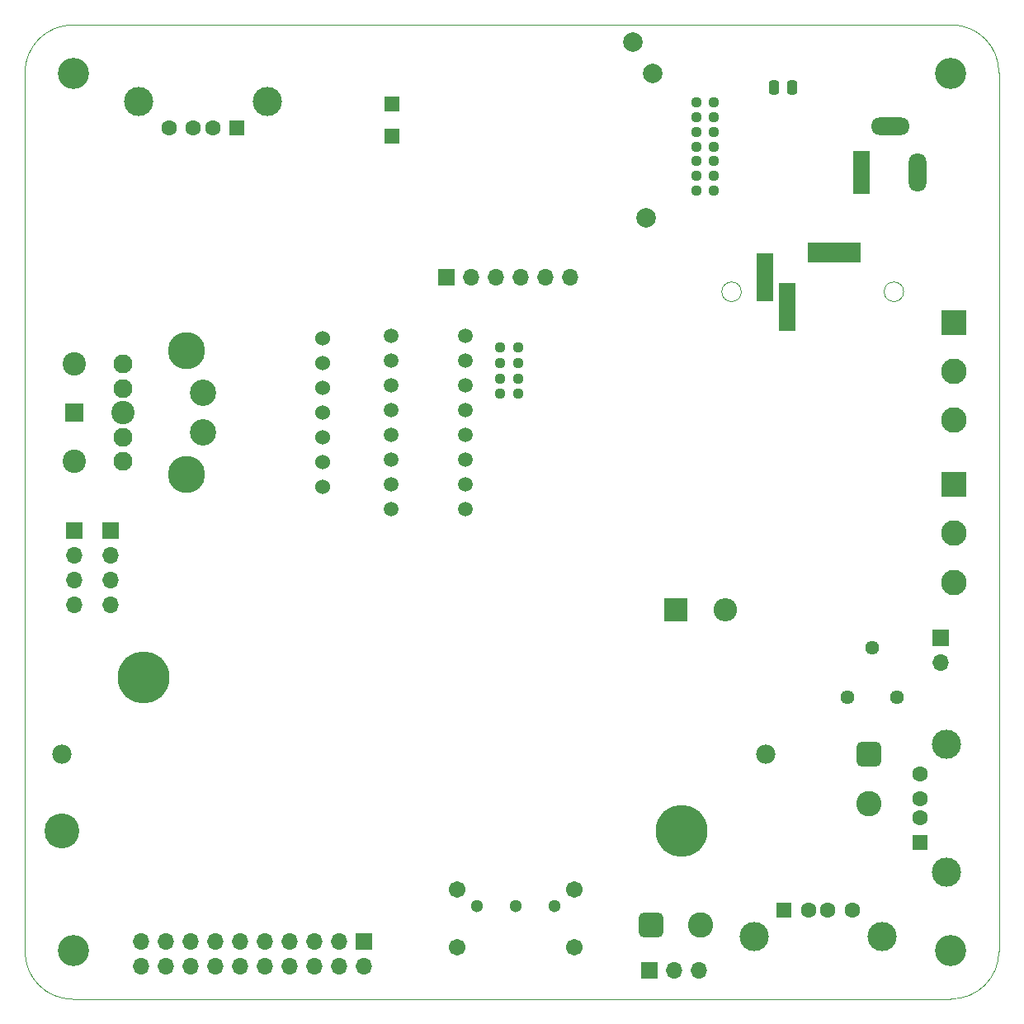
<source format=gbr>
%TF.GenerationSoftware,KiCad,Pcbnew,(6.0.9)*%
%TF.CreationDate,2023-01-14T14:27:18+02:00*%
%TF.ProjectId,ESP32_power_meter_MP3_player_WIFI_radio_V2,45535033-325f-4706-9f77-65725f6d6574,rev?*%
%TF.SameCoordinates,Original*%
%TF.FileFunction,Soldermask,Bot*%
%TF.FilePolarity,Negative*%
%FSLAX46Y46*%
G04 Gerber Fmt 4.6, Leading zero omitted, Abs format (unit mm)*
G04 Created by KiCad (PCBNEW (6.0.9)) date 2023-01-14 14:27:18*
%MOMM*%
%LPD*%
G01*
G04 APERTURE LIST*
G04 Aperture macros list*
%AMRoundRect*
0 Rectangle with rounded corners*
0 $1 Rounding radius*
0 $2 $3 $4 $5 $6 $7 $8 $9 X,Y pos of 4 corners*
0 Add a 4 corners polygon primitive as box body*
4,1,4,$2,$3,$4,$5,$6,$7,$8,$9,$2,$3,0*
0 Add four circle primitives for the rounded corners*
1,1,$1+$1,$2,$3*
1,1,$1+$1,$4,$5*
1,1,$1+$1,$6,$7*
1,1,$1+$1,$8,$9*
0 Add four rect primitives between the rounded corners*
20,1,$1+$1,$2,$3,$4,$5,0*
20,1,$1+$1,$4,$5,$6,$7,0*
20,1,$1+$1,$6,$7,$8,$9,0*
20,1,$1+$1,$8,$9,$2,$3,0*%
G04 Aperture macros list end*
%TA.AperFunction,Profile*%
%ADD10C,0.100000*%
%TD*%
%TA.AperFunction,Profile*%
%ADD11C,0.120000*%
%TD*%
%ADD12RoundRect,0.101600X-1.206500X1.206500X-1.206500X-1.206500X1.206500X-1.206500X1.206500X1.206500X0*%
%ADD13C,2.616200*%
%ADD14R,1.700000X1.700000*%
%ADD15O,1.700000X1.700000*%
%ADD16RoundRect,0.650000X-0.650000X0.650000X-0.650000X-0.650000X0.650000X-0.650000X0.650000X0.650000X0*%
%ADD17C,2.600000*%
%ADD18R,5.500000X2.000000*%
%ADD19R,1.800000X5.000000*%
%ADD20C,1.500000*%
%ADD21R,1.800000X4.400000*%
%ADD22O,1.800000X4.000000*%
%ADD23O,4.000000X1.800000*%
%ADD24R,1.500000X1.600000*%
%ADD25C,1.600000*%
%ADD26C,3.000000*%
%ADD27R,1.600000X1.500000*%
%ADD28C,3.200000*%
%ADD29C,3.810000*%
%ADD30C,2.700000*%
%ADD31C,1.524000*%
%ADD32C,1.300000*%
%ADD33C,1.710000*%
%ADD34C,1.440000*%
%ADD35R,1.950000X1.950000*%
%ADD36C,1.950000*%
%ADD37C,2.400000*%
%ADD38C,2.000000*%
%ADD39RoundRect,0.650000X-0.650000X-0.650000X0.650000X-0.650000X0.650000X0.650000X-0.650000X0.650000X0*%
%ADD40R,2.400000X2.400000*%
%ADD41O,2.400000X2.400000*%
%ADD42RoundRect,0.237500X0.250000X0.237500X-0.250000X0.237500X-0.250000X-0.237500X0.250000X-0.237500X0*%
%ADD43C,1.980000*%
%ADD44C,5.325000*%
%ADD45C,3.585000*%
%ADD46RoundRect,0.250000X-0.250000X-0.475000X0.250000X-0.475000X0.250000X0.475000X-0.250000X0.475000X0*%
%ADD47R,1.500000X1.500000*%
G04 APERTURE END LIST*
D10*
X149961600Y-145105552D02*
X149961600Y-54944997D01*
X54944997Y-50017244D02*
G75*
G03*
X50016884Y-54944848I-257J-4927856D01*
G01*
X149961593Y-54944997D02*
G75*
G03*
X145105552Y-50016884I-4856293J71297D01*
G01*
X145034000Y-149961584D02*
G75*
G03*
X149961600Y-145105552I70800J4856284D01*
G01*
X50038000Y-145054603D02*
X50016884Y-54944848D01*
X50038007Y-145054603D02*
G75*
G03*
X54894048Y-149982716I4856293J-71297D01*
G01*
X145034000Y-149961600D02*
X54894048Y-149982716D01*
X54944997Y-50017243D02*
X145105552Y-50016884D01*
D11*
%TO.C,J5*%
X140182000Y-77400000D02*
G75*
G03*
X140182000Y-77400000I-1000000J0D01*
G01*
X123530000Y-77400000D02*
G75*
G03*
X123530000Y-77400000I-1000000J0D01*
G01*
%TD*%
D12*
%TO.C,J12*%
X145350420Y-97200010D03*
D13*
X145350420Y-102198730D03*
X145350420Y-107199990D03*
%TD*%
D14*
%TO.C,J16*%
X55100000Y-101900000D03*
D15*
X55100000Y-104440000D03*
X55100000Y-106980000D03*
X55100000Y-109520000D03*
%TD*%
D14*
%TO.C,J14*%
X84800000Y-144100000D03*
D15*
X84800000Y-146640000D03*
X82260000Y-144100000D03*
X82260000Y-146640000D03*
X79720000Y-144100000D03*
X79720000Y-146640000D03*
X77180000Y-144100000D03*
X77180000Y-146640000D03*
X74640000Y-144100000D03*
X74640000Y-146640000D03*
X72100000Y-144100000D03*
X72100000Y-146640000D03*
X69560000Y-144100000D03*
X69560000Y-146640000D03*
X67020000Y-144100000D03*
X67020000Y-146640000D03*
X64480000Y-144100000D03*
X64480000Y-146640000D03*
X61940000Y-144100000D03*
X61940000Y-146640000D03*
%TD*%
D16*
%TO.C,J10*%
X136600000Y-124860000D03*
D17*
X136600000Y-129940000D03*
%TD*%
D14*
%TO.C,J13*%
X144000000Y-112925000D03*
D15*
X144000000Y-115465000D03*
%TD*%
D18*
%TO.C,J5*%
X133086000Y-73352000D03*
D19*
X128260000Y-78940000D03*
X125974000Y-75892000D03*
%TD*%
D20*
%TO.C,S1*%
X95200000Y-99700000D03*
X87580000Y-99700000D03*
X95200000Y-97160000D03*
X87580000Y-97160000D03*
X95200000Y-94620000D03*
X87580000Y-94620000D03*
X95200000Y-92080000D03*
X87580000Y-92080000D03*
X95200000Y-89540000D03*
X87580000Y-89540000D03*
X95200000Y-87000000D03*
X87580000Y-87000000D03*
X95200000Y-84460000D03*
X87580000Y-84460000D03*
X95200000Y-81920000D03*
X87580000Y-81920000D03*
%TD*%
D12*
%TO.C,J9*%
X145350420Y-80600010D03*
D13*
X145350420Y-85598730D03*
X145350420Y-90599990D03*
%TD*%
D21*
%TO.C,J7*%
X135850000Y-65200000D03*
D22*
X141650000Y-65200000D03*
D23*
X138850000Y-60400000D03*
%TD*%
D24*
%TO.C,J11*%
X141840000Y-133900000D03*
D25*
X141840000Y-131400000D03*
X141840000Y-129400000D03*
X141840000Y-126900000D03*
D26*
X144550000Y-136970000D03*
X144550000Y-123830000D03*
%TD*%
D27*
%TO.C,J3*%
X71800000Y-60600000D03*
D25*
X69300000Y-60600000D03*
X67300000Y-60600000D03*
X64800000Y-60600000D03*
D26*
X74870000Y-57890000D03*
X61730000Y-57890000D03*
%TD*%
D28*
%TO.C,H4*%
X55000000Y-145000000D03*
%TD*%
D14*
%TO.C,JP1*%
X114075000Y-147000000D03*
D15*
X116615000Y-147000000D03*
X119155000Y-147000000D03*
%TD*%
D29*
%TO.C,U3*%
X66615000Y-83450000D03*
X66615000Y-96150000D03*
D30*
X68266000Y-91832000D03*
X68266000Y-87768000D03*
D31*
X80585000Y-82180000D03*
X80585000Y-84720000D03*
X80585000Y-97420000D03*
X80585000Y-94880000D03*
X80585000Y-92340000D03*
X80585000Y-89800000D03*
X80585000Y-87260000D03*
%TD*%
D32*
%TO.C,S2*%
X96400000Y-140452500D03*
X100400000Y-140452500D03*
X104400000Y-140452500D03*
D33*
X94400000Y-144702500D03*
X94400000Y-138702500D03*
X106400000Y-138702500D03*
X106400000Y-144702500D03*
%TD*%
D28*
%TO.C,H3*%
X145000000Y-145000000D03*
%TD*%
D27*
%TO.C,J8*%
X127900000Y-140840000D03*
D25*
X130400000Y-140840000D03*
X132400000Y-140840000D03*
X134900000Y-140840000D03*
D26*
X137970000Y-143550000D03*
X124830000Y-143550000D03*
%TD*%
D14*
%TO.C,J4*%
X93250000Y-75900000D03*
D15*
X95790000Y-75900000D03*
X98330000Y-75900000D03*
X100870000Y-75900000D03*
X103410000Y-75900000D03*
X105950000Y-75900000D03*
%TD*%
D34*
%TO.C,RV1*%
X139500000Y-119000000D03*
X136960000Y-113920000D03*
X134420000Y-119000000D03*
%TD*%
D35*
%TO.C,J1*%
X55050000Y-89800000D03*
D36*
X60050000Y-84800000D03*
X60050000Y-87300000D03*
X60050000Y-92300000D03*
X60050000Y-94800000D03*
D37*
X55050000Y-84800000D03*
X55050000Y-94800000D03*
X60050000Y-89800000D03*
%TD*%
D28*
%TO.C,H2*%
X145000000Y-55000000D03*
%TD*%
D38*
%TO.C,TP11*%
X113800000Y-69800000D03*
%TD*%
D28*
%TO.C,H1*%
X55000000Y-55000000D03*
%TD*%
D14*
%TO.C,J15*%
X58800000Y-101900000D03*
D15*
X58800000Y-104440000D03*
X58800000Y-106980000D03*
X58800000Y-109520000D03*
%TD*%
D39*
%TO.C,J6*%
X114260000Y-142400000D03*
D17*
X119340000Y-142400000D03*
%TD*%
D40*
%TO.C,D7*%
X116787500Y-110070500D03*
D41*
X121867500Y-110070500D03*
%TD*%
D38*
%TO.C,TP12*%
X112400000Y-51800000D03*
%TD*%
D42*
%TO.C,R46*%
X100612500Y-86300000D03*
X98787500Y-86300000D03*
%TD*%
%TO.C,R4*%
X120712500Y-65500000D03*
X118887500Y-65500000D03*
%TD*%
%TO.C,R2*%
X120712500Y-67000000D03*
X118887500Y-67000000D03*
%TD*%
D43*
%TO.C,U7*%
X126040000Y-124870000D03*
X53840000Y-124870000D03*
D44*
X117400000Y-132740000D03*
D45*
X53840000Y-132740000D03*
D44*
X62200000Y-117000000D03*
%TD*%
D46*
%TO.C,C7*%
X126850000Y-56450000D03*
X128750000Y-56450000D03*
%TD*%
D42*
%TO.C,R45*%
X100612500Y-87840000D03*
X98787500Y-87840000D03*
%TD*%
D47*
%TO.C,TP6*%
X87700000Y-58100000D03*
%TD*%
D42*
%TO.C,R3*%
X120712500Y-64000000D03*
X118887500Y-64000000D03*
%TD*%
D47*
%TO.C,TP8*%
X87650000Y-61450000D03*
%TD*%
D42*
%TO.C,R48*%
X100612500Y-83100000D03*
X98787500Y-83100000D03*
%TD*%
%TO.C,R47*%
X100612500Y-84700000D03*
X98787500Y-84700000D03*
%TD*%
%TO.C,R7*%
X120712500Y-61000000D03*
X118887500Y-61000000D03*
%TD*%
%TO.C,R8*%
X120712500Y-62500000D03*
X118887500Y-62500000D03*
%TD*%
%TO.C,R6*%
X120712500Y-59500000D03*
X118887500Y-59500000D03*
%TD*%
D38*
%TO.C,TP13*%
X114400000Y-55000000D03*
%TD*%
D42*
%TO.C,R5*%
X120712500Y-58000000D03*
X118887500Y-58000000D03*
%TD*%
M02*

</source>
